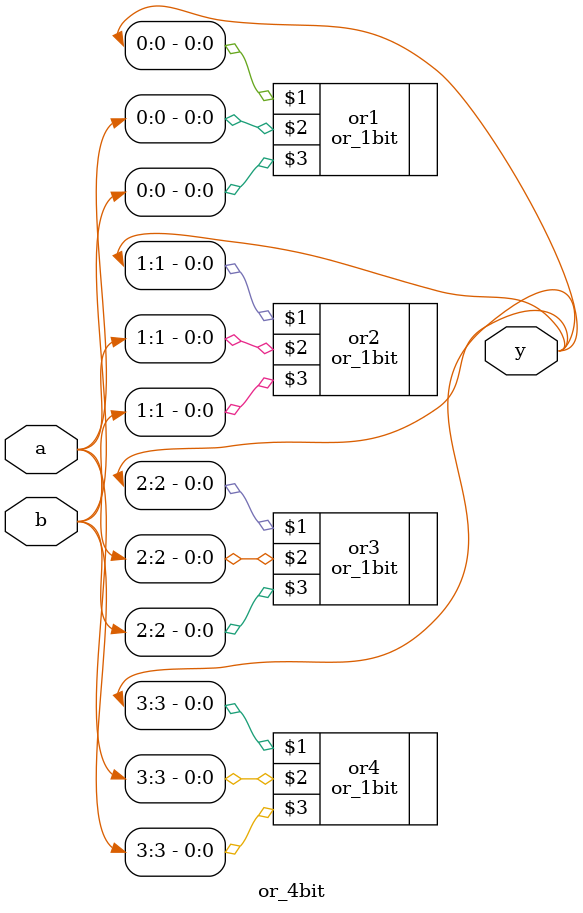
<source format=v>
module or_4bit (
	output [3:0] y, 
	input [3:0] a,
	input [3:0] b
);

	or_1bit or1 (y[0], a[0], b[0]);
	or_1bit or2 (y[1], a[1], b[1]);
	or_1bit or3 (y[2], a[2], b[2]);
	or_1bit or4 (y[3], a[3], b[3]);
	
endmodule

</source>
